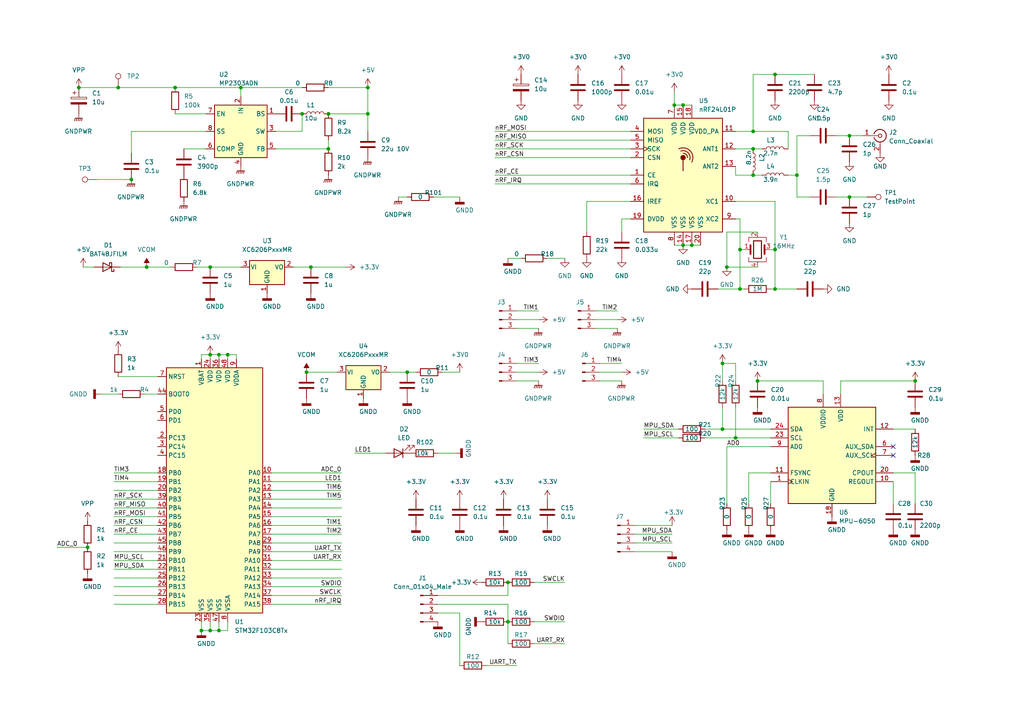
<source format=kicad_sch>
(kicad_sch (version 20211123) (generator eeschema)
  (paper "A4")
  (junction (at 198.12 71.12))
  (junction (at 87.63 33.02))
  (junction (at 246.38 39.37))
  (junction (at 66.04 102.87))
  (junction (at 25.4 158.75))
  (junction (at 218.44 43.18))
  (junction (at 63.5 182.88))
  (junction (at 147.32 180.34))
  (junction (at 224.79 72.39))
  (junction (at 58.42 182.88))
  (junction (at 224.79 21.59))
  (junction (at 60.96 77.47))
  (junction (at 200.66 71.12))
  (junction (at 218.44 38.1))
  (junction (at 42.545 77.47))
  (junction (at 60.96 182.88))
  (junction (at 22.86 25.4))
  (junction (at 63.5 102.87))
  (junction (at 50.8 25.4))
  (junction (at 209.55 124.46))
  (junction (at 88.9 107.95))
  (junction (at 218.44 50.8))
  (junction (at 231.14 50.8))
  (junction (at 69.85 25.4))
  (junction (at 95.25 43.18))
  (junction (at 195.58 30.48))
  (junction (at 90.17 77.47))
  (junction (at 34.29 25.4))
  (junction (at 209.55 105.41))
  (junction (at 265.43 110.49))
  (junction (at 60.96 102.87))
  (junction (at 106.68 25.4))
  (junction (at 210.82 77.47))
  (junction (at 214.63 83.82))
  (junction (at 95.25 33.02))
  (junction (at 219.71 110.49))
  (junction (at 214.63 72.39))
  (junction (at 246.38 57.15))
  (junction (at 147.32 168.91))
  (junction (at 224.79 83.82))
  (junction (at 106.68 33.02))
  (junction (at 198.12 30.48))
  (junction (at 118.11 107.95))
  (junction (at 38.1 52.07))
  (junction (at 213.36 127))
  (no_connect (at 259.08 129.54))
  (no_connect (at 259.08 132.08))
  (wire (pts (xy 63.5 102.87) (xy 66.04 102.87)))
  (wire (pts (xy 133.35 107.95) (xy 128.27 107.95)))
  (wire (pts (xy 214.63 72.39) (xy 214.63 63.5)))
  (wire (pts (xy 143.51 50.8) (xy 182.88 50.8)))
  (wire (pts (xy 33.02 157.48) (xy 45.72 157.48)))
  (wire (pts (xy 80.01 43.18) (xy 95.25 43.18)))
  (wire (pts (xy 33.02 165.1) (xy 45.72 165.1)))
  (wire (pts (xy 111.76 131.445) (xy 102.87 131.445)))
  (wire (pts (xy 132.08 131.445) (xy 127 131.445)))
  (wire (pts (xy 195.58 30.48) (xy 198.12 30.48)))
  (wire (pts (xy 133.35 177.8) (xy 127 177.8)))
  (wire (pts (xy 78.74 157.48) (xy 99.06 157.48)))
  (wire (pts (xy 147.32 180.34) (xy 147.32 186.69)))
  (wire (pts (xy 58.42 102.87) (xy 60.96 102.87)))
  (wire (pts (xy 78.74 162.56) (xy 99.06 162.56)))
  (wire (pts (xy 66.04 182.88) (xy 63.5 182.88)))
  (wire (pts (xy 218.44 50.8) (xy 213.36 50.8)))
  (wire (pts (xy 68.58 102.87) (xy 68.58 104.14)))
  (wire (pts (xy 204.4321 127) (xy 213.36 127)))
  (wire (pts (xy 209.55 124.46) (xy 223.52 124.46)))
  (wire (pts (xy 242.57 39.37) (xy 246.38 39.37)))
  (wire (pts (xy 33.02 142.24) (xy 45.72 142.24)))
  (wire (pts (xy 219.71 110.49) (xy 238.76 110.49)))
  (wire (pts (xy 147.32 175.26) (xy 127 175.26)))
  (wire (pts (xy 90.17 77.47) (xy 100.33 77.47)))
  (wire (pts (xy 184.15 157.48) (xy 194.945 157.48)))
  (wire (pts (xy 246.38 57.15) (xy 251.46 57.15)))
  (wire (pts (xy 158.75 74.93) (xy 163.83 74.93)))
  (wire (pts (xy 33.02 154.94) (xy 45.72 154.94)))
  (wire (pts (xy 87.63 38.1) (xy 80.01 38.1)))
  (wire (pts (xy 215.9 72.39) (xy 214.63 72.39)))
  (wire (pts (xy 33.02 167.64) (xy 45.72 167.64)))
  (wire (pts (xy 154.94 186.69) (xy 163.83 186.69)))
  (wire (pts (xy 33.02 160.02) (xy 45.72 160.02)))
  (wire (pts (xy 213.36 50.8) (xy 213.36 48.26)))
  (wire (pts (xy 259.08 124.46) (xy 265.43 124.46)))
  (wire (pts (xy 170.18 58.42) (xy 170.18 67.31)))
  (wire (pts (xy 41.91 114.3) (xy 45.72 114.3)))
  (wire (pts (xy 78.74 144.78) (xy 99.06 144.78)))
  (wire (pts (xy 173.99 105.41) (xy 180.34 105.41)))
  (wire (pts (xy 127 172.72) (xy 147.32 172.72)))
  (wire (pts (xy 213.36 105.41) (xy 209.55 105.41)))
  (wire (pts (xy 173.99 107.95) (xy 180.34 107.95)))
  (wire (pts (xy 234.95 57.15) (xy 231.14 57.15)))
  (wire (pts (xy 147.32 168.91) (xy 147.32 172.72)))
  (wire (pts (xy 213.36 118.11) (xy 213.36 127)))
  (wire (pts (xy 265.43 110.49) (xy 243.84 110.49)))
  (wire (pts (xy 218.44 50.8) (xy 220.98 50.8)))
  (wire (pts (xy 33.02 152.4) (xy 45.72 152.4)))
  (wire (pts (xy 143.51 38.1) (xy 182.88 38.1)))
  (wire (pts (xy 170.18 58.42) (xy 182.88 58.42)))
  (wire (pts (xy 214.63 63.5) (xy 213.36 63.5)))
  (wire (pts (xy 213.36 43.18) (xy 218.44 43.18)))
  (wire (pts (xy 180.34 63.5) (xy 182.88 63.5)))
  (wire (pts (xy 33.02 149.86) (xy 45.72 149.86)))
  (wire (pts (xy 209.55 105.41) (xy 209.55 110.49)))
  (wire (pts (xy 210.82 129.54) (xy 210.82 146.05)))
  (wire (pts (xy 213.36 110.49) (xy 213.36 105.41)))
  (wire (pts (xy 63.5 102.87) (xy 60.96 102.87)))
  (wire (pts (xy 95.25 40.64) (xy 95.25 43.18)))
  (wire (pts (xy 115.57 57.15) (xy 118.11 57.15)))
  (wire (pts (xy 217.17 137.16) (xy 223.52 137.16)))
  (wire (pts (xy 143.51 40.64) (xy 182.88 40.64)))
  (wire (pts (xy 149.86 95.25) (xy 156.21 95.25)))
  (wire (pts (xy 38.1 52.07) (xy 27.94 52.07)))
  (wire (pts (xy 231.14 50.8) (xy 231.14 39.37)))
  (wire (pts (xy 66.04 180.34) (xy 66.04 182.88)))
  (wire (pts (xy 78.74 154.94) (xy 99.06 154.94)))
  (wire (pts (xy 42.545 77.47) (xy 49.53 77.47)))
  (wire (pts (xy 172.72 90.17) (xy 179.07 90.17)))
  (wire (pts (xy 34.925 77.47) (xy 42.545 77.47)))
  (wire (pts (xy 78.74 175.26) (xy 99.06 175.26)))
  (wire (pts (xy 140.97 193.04) (xy 149.86 193.04)))
  (wire (pts (xy 224.79 58.42) (xy 213.36 58.42)))
  (wire (pts (xy 215.9 83.82) (xy 214.63 83.82)))
  (wire (pts (xy 259.08 139.7) (xy 259.08 146.05)))
  (wire (pts (xy 147.32 74.93) (xy 151.13 74.93)))
  (wire (pts (xy 66.04 102.87) (xy 66.04 104.14)))
  (wire (pts (xy 133.35 193.04) (xy 133.35 177.8)))
  (wire (pts (xy 184.15 152.4) (xy 194.945 152.4)))
  (wire (pts (xy 60.96 182.88) (xy 58.42 182.88)))
  (wire (pts (xy 180.34 63.5) (xy 180.34 67.31)))
  (wire (pts (xy 143.51 53.34) (xy 182.88 53.34)))
  (wire (pts (xy 33.02 175.26) (xy 45.72 175.26)))
  (wire (pts (xy 125.73 57.15) (xy 133.35 57.15)))
  (wire (pts (xy 33.02 172.72) (xy 45.72 172.72)))
  (wire (pts (xy 224.79 83.82) (xy 224.79 72.39)))
  (wire (pts (xy 228.6 50.8) (xy 231.14 50.8)))
  (wire (pts (xy 33.02 170.18) (xy 45.72 170.18)))
  (wire (pts (xy 204.47 124.46) (xy 209.55 124.46)))
  (wire (pts (xy 154.94 180.34) (xy 163.83 180.34)))
  (wire (pts (xy 210.82 129.54) (xy 223.52 129.54)))
  (wire (pts (xy 60.96 180.34) (xy 60.96 182.88)))
  (wire (pts (xy 236.22 21.59) (xy 224.79 21.59)))
  (wire (pts (xy 78.74 139.7) (xy 99.06 139.7)))
  (wire (pts (xy 33.02 144.78) (xy 45.72 144.78)))
  (wire (pts (xy 78.74 167.64) (xy 99.06 167.64)))
  (wire (pts (xy 213.36 127) (xy 223.52 127)))
  (wire (pts (xy 78.74 137.16) (xy 99.06 137.16)))
  (wire (pts (xy 78.74 170.18) (xy 99.06 170.18)))
  (wire (pts (xy 33.02 139.7) (xy 45.72 139.7)))
  (wire (pts (xy 33.02 147.32) (xy 45.72 147.32)))
  (wire (pts (xy 22.86 25.4) (xy 34.29 25.4)))
  (wire (pts (xy 214.63 83.82) (xy 214.63 72.39)))
  (wire (pts (xy 120.65 107.95) (xy 118.11 107.95)))
  (wire (pts (xy 78.74 149.86) (xy 99.06 149.86)))
  (wire (pts (xy 69.85 27.94) (xy 69.85 25.4)))
  (wire (pts (xy 172.72 92.71) (xy 179.07 92.71)))
  (wire (pts (xy 58.42 180.34) (xy 58.42 182.88)))
  (wire (pts (xy 238.76 114.3) (xy 238.76 110.49)))
  (wire (pts (xy 149.86 110.49) (xy 156.21 110.49)))
  (wire (pts (xy 113.03 107.95) (xy 118.11 107.95)))
  (wire (pts (xy 195.58 26.67) (xy 195.58 30.48)))
  (wire (pts (xy 231.14 57.15) (xy 231.14 50.8)))
  (wire (pts (xy 59.69 38.1) (xy 38.1 38.1)))
  (wire (pts (xy 195.58 71.12) (xy 198.12 71.12)))
  (wire (pts (xy 78.74 160.02) (xy 99.06 160.02)))
  (wire (pts (xy 186.69 127) (xy 196.8121 127)))
  (wire (pts (xy 16.51 158.75) (xy 25.4 158.75)))
  (wire (pts (xy 78.74 142.24) (xy 99.06 142.24)))
  (wire (pts (xy 66.04 102.87) (xy 68.58 102.87)))
  (wire (pts (xy 53.34 43.18) (xy 59.69 43.18)))
  (wire (pts (xy 223.52 139.7) (xy 223.52 146.05)))
  (wire (pts (xy 184.15 160.02) (xy 194.945 160.02)))
  (wire (pts (xy 213.36 38.1) (xy 218.44 38.1)))
  (wire (pts (xy 57.15 77.47) (xy 60.96 77.47)))
  (wire (pts (xy 50.8 33.02) (xy 59.69 33.02)))
  (wire (pts (xy 95.25 25.4) (xy 106.68 25.4)))
  (wire (pts (xy 149.86 107.95) (xy 156.21 107.95)))
  (wire (pts (xy 106.68 33.02) (xy 106.68 38.1)))
  (wire (pts (xy 78.74 152.4) (xy 99.06 152.4)))
  (wire (pts (xy 95.25 33.02) (xy 106.68 33.02)))
  (wire (pts (xy 208.28 83.82) (xy 214.63 83.82)))
  (wire (pts (xy 210.82 77.47) (xy 210.82 67.31)))
  (wire (pts (xy 78.74 165.1) (xy 99.06 165.1)))
  (wire (pts (xy 50.8 25.4) (xy 69.85 25.4)))
  (wire (pts (xy 63.5 182.88) (xy 60.96 182.88)))
  (wire (pts (xy 198.12 30.48) (xy 200.66 30.48)))
  (wire (pts (xy 231.14 39.37) (xy 234.95 39.37)))
  (wire (pts (xy 224.79 72.39) (xy 224.79 58.42)))
  (wire (pts (xy 223.52 72.39) (xy 224.79 72.39)))
  (wire (pts (xy 33.02 137.16) (xy 45.72 137.16)))
  (wire (pts (xy 210.82 67.31) (xy 219.71 67.31)))
  (wire (pts (xy 200.66 71.12) (xy 203.2 71.12)))
  (wire (pts (xy 85.09 77.47) (xy 90.17 77.47)))
  (wire (pts (xy 24.13 77.47) (xy 27.305 77.47)))
  (wire (pts (xy 223.52 83.82) (xy 224.79 83.82)))
  (wire (pts (xy 34.29 109.22) (xy 45.72 109.22)))
  (wire (pts (xy 87.63 33.02) (xy 87.63 38.1)))
  (wire (pts (xy 243.84 110.49) (xy 243.84 114.3)))
  (wire (pts (xy 218.44 43.18) (xy 220.98 43.18)))
  (wire (pts (xy 149.86 90.17) (xy 156.21 90.17)))
  (wire (pts (xy 198.12 71.12) (xy 200.66 71.12)))
  (wire (pts (xy 149.86 92.71) (xy 156.21 92.71)))
  (wire (pts (xy 218.44 21.59) (xy 218.44 38.1)))
  (wire (pts (xy 259.08 137.16) (xy 265.43 137.16)))
  (wire (pts (xy 60.96 77.47) (xy 69.85 77.47)))
  (wire (pts (xy 242.57 57.15) (xy 246.38 57.15)))
  (wire (pts (xy 29.21 114.3) (xy 34.29 114.3)))
  (wire (pts (xy 217.17 146.05) (xy 217.17 137.16)))
  (wire (pts (xy 78.74 172.72) (xy 99.06 172.72)))
  (wire (pts (xy 63.5 180.34) (xy 63.5 182.88)))
  (wire (pts (xy 58.42 104.14) (xy 58.42 102.87)))
  (wire (pts (xy 172.72 95.25) (xy 179.07 95.25)))
  (wire (pts (xy 209.55 118.11) (xy 209.55 124.46)))
  (wire (pts (xy 149.86 105.41) (xy 156.21 105.41)))
  (wire (pts (xy 69.85 25.4) (xy 87.63 25.4)))
  (wire (pts (xy 34.29 25.4) (xy 50.8 25.4)))
  (wire (pts (xy 143.51 43.18) (xy 182.88 43.18)))
  (wire (pts (xy 224.79 21.59) (xy 218.44 21.59)))
  (wire (pts (xy 186.69 124.46) (xy 196.85 124.46)))
  (wire (pts (xy 246.38 39.37) (xy 250.19 39.37)))
  (wire (pts (xy 173.99 110.49) (xy 180.34 110.49)))
  (wire (pts (xy 60.96 102.87) (xy 60.96 104.14)))
  (wire (pts (xy 265.43 137.16) (xy 265.43 146.05)))
  (wire (pts (xy 143.51 45.72) (xy 182.88 45.72)))
  (wire (pts (xy 224.79 83.82) (xy 231.14 83.82)))
  (wire (pts (xy 63.5 104.14) (xy 63.5 102.87)))
  (wire (pts (xy 78.74 147.32) (xy 99.06 147.32)))
  (wire (pts (xy 219.71 77.47) (xy 210.82 77.47)))
  (wire (pts (xy 218.44 38.1) (xy 228.6 38.1)))
  (wire (pts (xy 228.6 43.18) (xy 228.6 38.1)))
  (wire (pts (xy 184.15 154.94) (xy 194.945 154.94)))
  (wire (pts (xy 33.02 162.56) (xy 45.72 162.56)))
  (wire (pts (xy 147.32 175.26) (xy 147.32 180.34)))
  (wire (pts (xy 88.9 107.95) (xy 97.79 107.95)))
  (wire (pts (xy 38.1 38.1) (xy 38.1 44.45)))
  (wire (pts (xy 106.68 25.4) (xy 106.68 33.02)))
  (wire (pts (xy 154.94 168.91) (xy 163.83 168.91)))
  (label "nRF_SCK" (at 33.02 144.78 0))
  (label "ADC_0" (at 99.06 137.16 180))
  (label "TIM2" (at 99.06 154.94 180))
  (label "UART_RX" (at 163.83 186.69 180))
  (label "nRF_IRQ" (at 99.06 175.26 180))
  (label "SWDIO" (at 163.83 180.34 180))
  (label "MPU_SCL" (at 33.02 162.56 0))
  (label "TIM4" (at 180.34 105.41 180))
  (label "TIM4" (at 33.02 139.7 0))
  (label "TIM5" (at 99.06 144.78 180))
  (label "nRF_MISO" (at 33.02 147.32 0))
  (label "SWCLK" (at 163.83 168.91 180))
  (label "nRF_MISO" (at 143.51 40.64 0))
  (label "nRF_CE" (at 143.51 50.8 0))
  (label "AD0" (at 210.82 129.54 0))
  (label "MPU_SDA" (at 194.945 154.94 180))
  (label "nRF_MOSI" (at 143.51 38.1 0))
  (label "UART_RX" (at 99.06 162.56 180))
  (label "TIM2" (at 179.07 90.17 180))
  (label "TIM1" (at 99.06 152.4 180))
  (label "nRF_MOSI" (at 33.02 149.86 0))
  (label "LED1" (at 102.87 131.445 0))
  (label "TIM3" (at 156.21 105.41 180))
  (label "MPU_SDA" (at 186.69 124.46 0))
  (label "MPU_SDA" (at 33.02 165.1 0))
  (label "MPU_SCL" (at 186.69 127 0))
  (label "nRF_IRQ" (at 143.51 53.34 0))
  (label "nRF_CE" (at 33.02 154.94 0))
  (label "TIM1" (at 156.21 90.17 180))
  (label "SWCLK" (at 99.06 172.72 180))
  (label "nRF_CSN" (at 143.51 45.72 0))
  (label "MPU_SCL" (at 194.945 157.48 180))
  (label "ADC_0" (at 16.51 158.75 0))
  (label "UART_TX" (at 99.06 160.02 180))
  (label "TIM6" (at 99.06 142.24 180))
  (label "UART_TX" (at 149.86 193.04 180))
  (label "TIM3" (at 33.02 137.16 0))
  (label "nRF_SCK" (at 143.51 43.18 0))
  (label "LED1" (at 99.06 139.7 180))
  (label "SWDIO" (at 99.06 170.18 180))
  (label "nRF_CSN" (at 33.02 152.4 0))
  (symbol (lib_id "Device:R") (at 53.34 77.47 90) (unit 1)
    (property "Reference" "R7" (at 57.15 76.2 90))
    (property "Value" "0" (at 48.26 76.2 90))
    (property "Footprint" "Resistor_SMD:R_0805_2012Metric" (effects hide))
  )
  (symbol (lib_id "Device:R") (at 50.8 29.21 0) (unit 1)
    (property "Reference" "R5" (at 53.34 27.9399 0) (effects (justify left)))
    (property "Value" "100k" (at 53.34 30.4799 0) (effects (justify left)))
    (property "Footprint" "Resistor_SMD:R_0402_1005Metric" (effects hide))
  )
  (symbol (lib_id "power:+3.3V") (at 194.945 152.4 0) (unit 1)
    (property "Reference" "#PWR0109" (effects hide))
    (property "Value" "+3.3V" (at 192.405 148.59 0) (effects (justify left)))
  )
  (symbol (lib_id "power:GND") (at 246.38 64.77 0) (unit 1)
    (property "Reference" "#PWR061" (effects hide))
    (property "Value" "GND" (at 246.38 69.85 0))
  )
  (symbol (lib_id "power:GNDPWR") (at 22.86 33.02 0) (unit 1)
    (property "Reference" "#PWR0108" (effects hide))
    (property "Value" "GNDPWR" (at 22.733 38.1 0))
  )
  (symbol (lib_id "power:+5V") (at 179.07 92.71 270) (unit 1)
    (property "Reference" "#PWR072" (effects hide))
    (property "Value" "+5V" (at 182.88 92.7099 90) (effects (justify left)))
  )
  (symbol (lib_id "Device:R") (at 121.92 57.15 90) (unit 1)
    (property "Reference" "R101" (at 125.73 55.88 90))
    (property "Value" "0" (at 121.92 57.15 90))
    (property "Footprint" "Resistor_SMD:R_0805_2012Metric" (effects hide))
  )
  (symbol (lib_id "Device:R") (at 265.43 128.27 180) (unit 1)
    (property "Reference" "R28" (at 267.97 132.08 0))
    (property "Value" "12k" (at 265.43 128.27 90))
    (property "Footprint" "Resistor_SMD:R_0402_1005Metric" (effects hide))
  )
  (symbol (lib_id "Device:C") (at 38.1 48.26 0) (unit 1)
    (property "Reference" "C3" (at 41.91 46.9899 0) (effects (justify left)))
    (property "Value" "0.1u" (at 41.91 49.5299 0) (effects (justify left)))
    (property "Footprint" "Capacitor_SMD:C_0402_1005Metric" (effects hide))
  )
  (symbol (lib_id "power:+5V") (at 106.68 25.4 0) (unit 1)
    (property "Reference" "#PWR021" (effects hide))
    (property "Value" "+5V" (at 106.68 20.32 0))
  )
  (symbol (lib_id "power:GNDPWR") (at 115.57 57.15 0) (unit 1)
    (property "Reference" "#PWR0101" (effects hide))
    (property "Value" "GNDPWR" (at 115.443 62.23 0))
  )
  (symbol (lib_id "Connector:Conn_01x03_Male") (at 167.64 92.71 0) (unit 1)
    (property "Reference" "J5" (at 168.275 87.63 0))
    (property "Value" "Conn_01x03_Male" (effects hide))
    (property "Footprint" "Connector_Molex:Molex_PicoBlade_53047-0310_1x03_P1.25mm_Vertical" (effects hide))
  )
  (symbol (lib_id "power:GNDD") (at 118.11 115.57 0) (unit 1)
    (property "Reference" "#PWR023" (effects hide))
    (property "Value" "GNDD" (at 116.84 119.38 0) (effects (justify left)))
  )
  (symbol (lib_id "Device:C") (at 133.35 148.59 0) (unit 1)
    (property "Reference" "C12" (at 137.16 147.3199 0) (effects (justify left)))
    (property "Value" "0.1u" (at 137.16 149.8599 0) (effects (justify left)))
    (property "Footprint" "Capacitor_SMD:C_0402_1005Metric" (effects hide))
  )
  (symbol (lib_id "power:+3V0") (at 257.81 21.59 0) (unit 1)
    (property "Reference" "#PWR02" (effects hide))
    (property "Value" "+3V0" (at 257.81 16.51 0))
  )
  (symbol (lib_id "Device:C_Polarized") (at 22.86 29.21 0) (unit 1)
    (property "Reference" "C1" (at 26.67 27.0509 0) (effects (justify left)))
    (property "Value" "10u" (at 26.67 29.5909 0) (effects (justify left)))
    (property "Footprint" "Capacitor_Tantalum_SMD:CP_EIA-3528-21_Kemet-B" (effects hide))
  )
  (symbol (lib_id "Device:R") (at 143.51 168.91 90) (unit 1)
    (property "Reference" "R13" (at 143.51 166.37 90))
    (property "Value" "10k" (at 143.51 168.91 90))
    (property "Footprint" "Resistor_SMD:R_0603_1608Metric" (effects hide))
  )
  (symbol (lib_id "power:GNDD") (at 133.35 152.4 0) (unit 1)
    (property "Reference" "#PWR029" (effects hide))
    (property "Value" "GNDD" (at 132.08 156.21 0) (effects (justify left)))
  )
  (symbol (lib_id "Device:R") (at 217.17 149.86 180) (unit 1)
    (property "Reference" "R25" (at 215.9 146.05 90))
    (property "Value" "0" (at 217.17 149.86 90))
    (property "Footprint" "Resistor_SMD:R_0402_1005Metric" (effects hide))
  )
  (symbol (lib_id "Device:LED") (at 115.57 131.445 180) (unit 1)
    (property "Reference" "D2" (at 117.1575 124.46 0))
    (property "Value" "LED" (at 117.1575 127 0))
    (property "Footprint" "LED_SMD:LED_0805_2012Metric" (effects hide))
  )
  (symbol (lib_id "Device:R") (at 209.55 114.3 180) (unit 1)
    (property "Reference" "R22" (at 208.28 110.49 90))
    (property "Value" "12k" (at 209.55 114.3 90))
    (property "Footprint" "Resistor_SMD:R_0402_1005Metric" (effects hide))
  )
  (symbol (lib_id "power:GND") (at 151.13 29.21 0) (unit 1)
    (property "Reference" "#PWR036" (effects hide))
    (property "Value" "GND" (at 151.13 34.29 0))
  )
  (symbol (lib_id "power:+3.3V") (at 60.96 102.87 0) (unit 1)
    (property "Reference" "#PWR012" (effects hide))
    (property "Value" "+3.3V" (at 60.96 97.79 0))
  )
  (symbol (lib_id "Device:C") (at 246.38 60.96 0) (unit 1)
    (property "Reference" "C27" (at 250.19 59.6899 0) (effects (justify left)))
    (property "Value" "1p" (at 250.19 62.2299 0) (effects (justify left)))
    (property "Footprint" "Capacitor_SMD:C_0402_1005Metric" (effects hide))
  )
  (symbol (lib_id "power:GND") (at 180.34 74.93 0) (unit 1)
    (property "Reference" "#PWR045" (effects hide))
    (property "Value" "GND" (at 180.34 80.01 0))
  )
  (symbol (lib_id "Device:R") (at 53.34 54.61 0) (unit 1)
    (property "Reference" "R6" (at 55.88 53.3399 0) (effects (justify left)))
    (property "Value" "6.8k" (at 55.88 55.8799 0) (effects (justify left)))
    (property "Footprint" "Resistor_SMD:R_0402_1005Metric" (effects hide))
  )
  (symbol (lib_id "power:GNDD") (at 58.42 182.88 0) (unit 1)
    (property "Reference" "#PWR010" (effects hide))
    (property "Value" "GNDD" (at 57.15 186.69 0) (effects (justify left)))
  )
  (symbol (lib_id "Device:Crystal_GND24") (at 219.71 72.39 0) (unit 1)
    (property "Reference" "Y1" (at 227.33 68.8086 0))
    (property "Value" "16MHz" (at 227.33 71.3486 0))
    (property "Footprint" "Crystal:Crystal_SMD_SeikoEpson_FA238-4Pin_3.2x2.5mm" (effects hide))
  )
  (symbol (lib_id "power:GNDD") (at 146.05 152.4 0) (unit 1)
    (property "Reference" "#PWR033" (effects hide))
    (property "Value" "GNDD" (at 144.78 156.21 0) (effects (justify left)))
  )
  (symbol (lib_id "power:GNDPWR") (at 53.34 58.42 0) (unit 1)
    (property "Reference" "#PWR0104" (effects hide))
    (property "Value" "GNDPWR" (at 53.213 63.5 0))
  )
  (symbol (lib_id "Device:C_Polarized") (at 151.13 25.4 0) (unit 1)
    (property "Reference" "C14" (at 154.94 23.2409 0) (effects (justify left)))
    (property "Value" "10u" (at 154.94 25.7809 0) (effects (justify left)))
    (property "Footprint" "Capacitor_Tantalum_SMD:CP_EIA-3528-21_Kemet-B" (effects hide))
  )
  (symbol (lib_id "Device:L") (at 218.44 46.99 0) (unit 1)
    (property "Reference" "L2" (at 220.98 45.72 90))
    (property "Value" "8.2n" (at 217.17 45.72 90))
    (property "Footprint" "Inductor_SMD:L_0402_1005Metric" (effects hide))
  )
  (symbol (lib_id "Device:R") (at 154.94 74.93 90) (unit 1)
    (property "Reference" "R18" (at 158.75 73.66 90))
    (property "Value" "0" (at 149.86 73.66 90))
    (property "Footprint" "Resistor_SMD:R_0805_2012Metric" (effects hide))
  )
  (symbol (lib_id "power:VPP") (at 22.86 25.4 0) (unit 1)
    (property "Reference" "#PWR01" (effects hide))
    (property "Value" "VPP" (at 22.86 20.32 0))
  )
  (symbol (lib_id "power:GNDD") (at 194.945 160.02 0) (unit 1)
    (property "Reference" "#PWR0110" (effects hide))
    (property "Value" "GNDD" (at 193.675 163.83 0) (effects (justify left)))
  )
  (symbol (lib_id "Device:R") (at 25.4 154.94 0) (unit 1)
    (property "Reference" "R1" (at 27.94 153.6699 0) (effects (justify left)))
    (property "Value" "1k" (at 27.94 156.2099 0) (effects (justify left)))
    (property "Footprint" "Resistor_SMD:R_0402_1005Metric" (effects hide))
  )
  (symbol (lib_id "Device:C") (at 259.08 149.86 0) (unit 1)
    (property "Reference" "C28" (at 260.35 146.05 0) (effects (justify left)))
    (property "Value" "0.1u" (at 260.35 152.4 0) (effects (justify left)))
    (property "Footprint" "Capacitor_SMD:C_0402_1005Metric" (effects hide))
  )
  (symbol (lib_id "power:GND") (at 238.76 83.82 90) (unit 1)
    (property "Reference" "#PWR058" (effects hide))
    (property "Value" "GND" (at 242.57 83.8199 90) (effects (justify right)))
  )
  (symbol (lib_id "Device:R") (at 200.66 124.46 90) (unit 1)
    (property "Reference" "R21" (at 204.47 123.19 90))
    (property "Value" "100" (at 200.66 124.46 90))
    (property "Footprint" "Resistor_SMD:R_0402_1005Metric" (effects hide))
  )
  (symbol (lib_id "Device:R") (at 170.18 71.12 0) (unit 1)
    (property "Reference" "R19" (at 172.72 69.8499 0) (effects (justify left)))
    (property "Value" "22k" (at 172.72 72.3899 0) (effects (justify left)))
    (property "Footprint" "Resistor_SMD:R_0402_1005Metric" (effects hide))
  )
  (symbol (lib_id "Regulator_Linear:XC6206PxxxMR") (at 105.41 107.95 0) (unit 1)
    (property "Reference" "U4" (at 105.41 100.33 0))
    (property "Value" "XC6206PxxxMR" (at 105.41 102.87 0))
    (property "Footprint" "Package_TO_SOT_SMD:SOT-23" (effects hide))
    (property "Datasheet" "https://www.torexsemi.com/file/xc6206/XC6206.pdf" (effects hide))
  )
  (symbol (lib_id "RF:nRF24L01P") (at 198.12 50.8 0) (unit 1)
    (property "Reference" "U5" (at 202.6794 29.21 0) (effects (justify left)))
    (property "Value" "nRF24L01P" (at 202.6794 31.75 0) (effects (justify left)))
    (property "Footprint" "Package_DFN_QFN:QFN-20-1EP_4x4mm_P0.5mm_EP2.5x2.5mm" (effects hide))
    (property "Datasheet" "http://www.nordicsemi.com/eng/content/download/2726/34069/file/nRF24L01P_Product_Specification_1_0.pdf" (effects hide))
  )
  (symbol (lib_id "Device:R") (at 151.13 186.69 90) (unit 1)
    (property "Reference" "R17" (at 151.13 184.15 90))
    (property "Value" "100" (at 151.13 186.69 90))
    (property "Footprint" "Resistor_SMD:R_0402_1005Metric" (effects hide))
  )
  (symbol (lib_id "Regulator_Switching:MP2303ADN") (at 69.85 38.1 0) (unit 1)
    (property "Reference" "U2" (at 63.5 21.59 0) (effects (justify left)))
    (property "Value" "MP2303ADN" (at 63.5 24.13 0) (effects (justify left)))
    (property "Footprint" "Package_SO:SOIC-8-1EP_3.9x4.9mm_P1.27mm_EP2.62x3.51mm" (effects hide))
    (property "Datasheet" "https://www.monolithicpower.com/pub/media/document/MP2303A_r1.1.pdf" (effects hide))
  )
  (symbol (lib_id "power:GNDPWR") (at 38.1 52.07 0) (unit 1)
    (property "Reference" "#PWR0105" (effects hide))
    (property "Value" "GNDPWR" (at 37.973 57.15 0))
  )
  (symbol (lib_id "power:GNDD") (at 133.35 57.15 0) (unit 1)
    (property "Reference" "#PWR0106" (effects hide))
    (property "Value" "GNDD" (at 132.08 60.96 0) (effects (justify left)))
  )
  (symbol (lib_id "power:GND") (at 180.34 29.21 0) (unit 1)
    (property "Reference" "#PWR044" (effects hide))
    (property "Value" "GND" (at 180.34 34.29 0))
  )
  (symbol (lib_id "power:GND") (at 255.27 44.45 0) (unit 1)
    (property "Reference" "#PWR062" (effects hide))
    (property "Value" "GND" (at 255.27 48.26 0))
  )
  (symbol (lib_id "power:GNDD") (at 265.43 118.11 0) (unit 1)
    (property "Reference" "#PWR065" (effects hide))
    (property "Value" "GNDD" (at 264.16 121.92 0) (effects (justify left)))
  )
  (symbol (lib_id "Device:L") (at 224.79 50.8 90) (unit 1)
    (property "Reference" "L4" (at 223.52 48.26 90))
    (property "Value" "3.9n" (at 223.52 52.07 90))
    (property "Footprint" "Inductor_SMD:L_0402_1005Metric" (effects hide))
  )
  (symbol (lib_id "Device:R") (at 38.1 114.3 90) (unit 1)
    (property "Reference" "R4" (at 41.91 113.03 90))
    (property "Value" "1k" (at 33.02 113.03 90))
    (property "Footprint" "Resistor_SMD:R_0402_1005Metric" (effects hide))
  )
  (symbol (lib_id "power:+3.3V") (at 100.33 77.47 270) (unit 1)
    (property "Reference" "#PWR019" (effects hide))
    (property "Value" "+3.3V" (at 104.14 77.4699 90) (effects (justify left)))
  )
  (symbol (lib_id "power:+3V0") (at 167.64 21.59 0) (unit 1)
    (property "Reference" "#PWR040" (effects hide))
    (property "Value" "+3V0" (at 167.64 16.51 0))
  )
  (symbol (lib_id "Device:C") (at 120.65 148.59 0) (unit 1)
    (property "Reference" "C11" (at 124.46 147.3199 0) (effects (justify left)))
    (property "Value" "0.1u" (at 124.46 149.8599 0) (effects (justify left)))
    (property "Footprint" "Capacitor_SMD:C_0402_1005Metric" (effects hide))
  )
  (symbol (lib_id "power:+5V") (at 24.13 77.47 0) (unit 1)
    (property "Reference" "#PWR06" (effects hide))
    (property "Value" "+5V" (at 24.13 72.39 0))
  )
  (symbol (lib_id "Device:R") (at 151.13 168.91 90) (unit 1)
    (property "Reference" "R15" (at 151.13 166.37 90))
    (property "Value" "100" (at 151.13 168.91 90))
    (property "Footprint" "Resistor_SMD:R_0402_1005Metric" (effects hide))
  )
  (symbol (lib_id "Device:C") (at 265.43 149.86 0) (unit 1)
    (property "Reference" "C30" (at 266.7 146.05 0) (effects (justify left)))
    (property "Value" "2200p" (at 266.7 152.4 0) (effects (justify left)))
    (property "Footprint" "Capacitor_SMD:C_0402_1005Metric" (effects hide))
  )
  (symbol (lib_id "Connector:Conn_01x03_Male") (at 144.78 107.95 0) (unit 1)
    (property "Reference" "J4" (at 145.415 102.87 0))
    (property "Value" "Conn_01x03_Male" (effects hide))
    (property "Footprint" "Connector_Molex:Molex_PicoBlade_53047-0310_1x03_P1.25mm_Vertical" (effects hide))
  )
  (symbol (lib_id "power:+3V0") (at 151.13 21.59 0) (unit 1)
    (property "Reference" "#PWR035" (effects hide))
    (property "Value" "+3V0" (at 151.13 16.51 0))
  )
  (symbol (lib_id "power:GNDPWR") (at 69.85 48.26 0) (unit 1)
    (property "Reference" "#PWR0103" (effects hide))
    (property "Value" "GNDPWR" (at 69.723 53.34 0))
  )
  (symbol (lib_id "Device:C") (at 234.95 83.82 90) (unit 1)
    (property "Reference" "C22" (at 234.95 76.2 90))
    (property "Value" "22p" (at 234.95 78.74 90))
    (property "Footprint" "Capacitor_SMD:C_0402_1005Metric" (effects hide))
  )
  (symbol (lib_id "Device:R") (at 123.19 131.445 90) (unit 1)
    (property "Reference" "R102" (at 123.19 128.27 90))
    (property "Value" "10k" (at 122.555 131.445 90))
    (property "Footprint" "Resistor_SMD:R_0402_1005Metric" (effects hide))
  )
  (symbol (lib_id "power:+3.3V") (at 133.35 144.78 0) (unit 1)
    (property "Reference" "#PWR028" (effects hide))
    (property "Value" "+3.3V" (at 133.35 139.7 0))
  )
  (symbol (lib_id "power:GNDPWR") (at 156.21 95.25 0) (unit 1)
    (property "Reference" "#PWR069" (effects hide))
    (property "Value" "GNDPWR" (at 156.083 100.33 0))
  )
  (symbol (lib_id "Device:C") (at 246.38 43.18 0) (unit 1)
    (property "Reference" "C26" (at 250.19 41.9099 0) (effects (justify left)))
    (property "Value" "1p" (at 250.19 44.4499 0) (effects (justify left)))
    (property "Footprint" "Capacitor_SMD:C_0402_1005Metric" (effects hide))
  )
  (symbol (lib_id "Device:C") (at 90.17 81.28 0) (unit 1)
    (property "Reference" "C8" (at 93.98 80.0099 0) (effects (justify left)))
    (property "Value" "1u" (at 93.98 82.5499 0) (effects (justify left)))
    (property "Footprint" "Capacitor_SMD:C_0402_1005Metric" (effects hide))
  )
  (symbol (lib_id "power:GNDD") (at 265.43 153.67 0) (unit 1)
    (property "Reference" "#PWR067" (effects hide))
    (property "Value" "GNDD" (at 264.16 157.48 0) (effects (justify left)))
  )
  (symbol (lib_id "power:GND") (at 224.79 29.21 0) (unit 1)
    (property "Reference" "#PWR056" (effects hide))
    (property "Value" "GND" (at 224.79 34.29 0))
  )
  (symbol (lib_id "Device:C") (at 257.81 25.4 0) (unit 1)
    (property "Reference" "C2" (at 261.62 24.1299 0) (effects (justify left)))
    (property "Value" "0.1u" (at 261.62 26.6699 0) (effects (justify left)))
    (property "Footprint" "Capacitor_SMD:C_0402_1005Metric" (effects hide))
  )
  (symbol (lib_id "Device:R") (at 95.25 46.99 0) (unit 1)
    (property "Reference" "R10" (at 97.79 45.7199 0) (effects (justify left)))
    (property "Value" "2k" (at 97.79 48.2599 0) (effects (justify left)))
    (property "Footprint" "Resistor_SMD:R_0402_1005Metric" (effects hide))
  )
  (symbol (lib_id "Device:C") (at 180.34 71.12 0) (unit 1)
    (property "Reference" "C18" (at 184.15 69.8499 0) (effects (justify left)))
    (property "Value" "0.033u" (at 184.15 72.3899 0) (effects (justify left)))
    (property "Footprint" "Capacitor_SMD:C_0402_1005Metric" (effects hide))
  )
  (symbol (lib_id "power:GNDD") (at 88.9 115.57 0) (unit 1)
    (property "Reference" "#PWR016" (effects hide))
    (property "Value" "GNDD" (at 87.63 119.38 0) (effects (justify left)))
  )
  (symbol (lib_id "Device:R") (at 95.25 36.83 0) (unit 1)
    (property "Reference" "R9" (at 97.79 35.5599 0) (effects (justify left)))
    (property "Value" "8.2k" (at 97.79 38.0999 0) (effects (justify left)))
    (property "Footprint" "Resistor_SMD:R_0402_1005Metric" (effects hide))
  )
  (symbol (lib_id "power:+3.3V") (at 146.05 144.78 0) (unit 1)
    (property "Reference" "#PWR032" (effects hide))
    (property "Value" "+3.3V" (at 146.05 139.7 0))
  )
  (symbol (lib_id "power:GNDD") (at 77.47 85.09 0) (unit 1)
    (property "Reference" "#PWR014" (effects hide))
    (property "Value" "GNDD" (at 76.2 88.9 0) (effects (justify left)))
  )
  (symbol (lib_id "Connector:Conn_01x03_Male") (at 168.91 107.95 0) (unit 1)
    (property "Reference" "J6" (at 169.545 102.87 0))
    (property "Value" "Conn_01x03_Male" (effects hide))
    (property "Footprint" "Connector_Molex:Molex_PicoBlade_53047-0310_1x03_P1.25mm_Vertical" (effects hide))
  )
  (symbol (lib_id "Connector:Conn_Coaxial") (at 255.27 39.37 0) (unit 1)
    (property "Reference" "J2" (at 257.81 38.3931 0) (effects (justify left)))
    (property "Value" "Conn_Coaxial" (at 257.81 40.9331 0) (effects (justify left)))
    (property "Footprint" "Connector_Coaxial:U.FL_Hirose_U.FL-R-SMT-1_Vertical" (effects hide))
    (property "Datasheet" " ~" (effects hide))
  )
  (symbol (lib_id "Regulator_Linear:XC6206PxxxMR") (at 77.47 77.47 0) (unit 1)
    (property "Reference" "U3" (at 77.47 69.85 0))
    (property "Value" "XC6206PxxxMR" (at 77.47 72.39 0))
    (property "Footprint" "Package_TO_SOT_SMD:SOT-23" (effects hide))
    (property "Datasheet" "https://www.torexsemi.com/file/xc6206/XC6206.pdf" (effects hide))
  )
  (symbol (lib_id "Device:C") (at 53.34 46.99 0) (unit 1)
    (property "Reference" "C4" (at 57.15 45.7199 0) (effects (justify left)))
    (property "Value" "3900p" (at 57.15 48.2599 0) (effects (justify left)))
    (property "Footprint" "Capacitor_SMD:C_0402_1005Metric" (effects hide))
  )
  (symbol (lib_id "power:+3.3V") (at 120.65 144.78 0) (unit 1)
    (property "Reference" "#PWR024" (effects hide))
    (property "Value" "+3.3V" (at 120.65 139.7 0))
  )
  (symbol (lib_id "power:GNDD") (at 147.32 74.93 0) (unit 1)
    (property "Reference" "#PWR034" (effects hide))
    (property "Value" "GNDD" (at 146.05 78.74 0) (effects (justify left)))
  )
  (symbol (lib_id "Device:C") (at 180.34 25.4 0) (unit 1)
    (property "Reference" "C17" (at 184.15 24.1299 0) (effects (justify left)))
    (property "Value" "0.01u" (at 184.15 26.6699 0) (effects (justify left)))
    (property "Footprint" "Capacitor_SMD:C_0402_1005Metric" (effects hide))
  )
  (symbol (lib_id "power:GND") (at 198.12 71.12 0) (unit 1)
    (property "Reference" "#PWR047" (effects hide))
    (property "Value" "GND" (at 198.12 76.2 0))
  )
  (symbol (lib_id "Device:R") (at 143.51 180.34 90) (unit 1)
    (property "Reference" "R14" (at 142.24 177.8 90))
    (property "Value" "10k" (at 143.51 180.34 90))
    (property "Footprint" "Resistor_SMD:R_0402_1005Metric" (effects hide))
  )
  (symbol (lib_id "power:GND") (at 167.64 29.21 0) (unit 1)
    (property "Reference" "#PWR041" (effects hide))
    (property "Value" "GND" (at 167.64 34.29 0))
  )
  (symbol (lib_id "Device:C") (at 83.82 33.02 90) (unit 1)
    (property "Reference" "C6" (at 83.82 26.67 90))
    (property "Value" "0.01u" (at 83.82 29.21 90))
    (property "Footprint" "Capacitor_SMD:C_0402_1005Metric" (effects hide))
  )
  (symbol (lib_id "power:+3V0") (at 195.58 26.67 0) (unit 1)
    (property "Reference" "#PWR046" (effects hide))
    (property "Value" "+3V0" (at 195.58 21.59 0))
  )
  (symbol (lib_id "Device:C") (at 238.76 39.37 90) (unit 1)
    (property "Reference" "C24" (at 238.76 31.75 90))
    (property "Value" "1.5p" (at 238.76 34.29 90))
    (property "Footprint" "Capacitor_SMD:C_0402_1005Metric" (effects hide))
  )
  (symbol (lib_id "power:GNDPWR") (at 180.34 110.49 0) (unit 1)
    (property "Reference" "#PWR075" (effects hide))
    (property "Value" "GNDPWR" (at 180.213 115.57 0))
  )
  (symbol (lib_id "power:+3.3V") (at 158.75 144.78 0) (unit 1)
    (property "Reference" "#PWR037" (effects hide))
    (property "Value" "+3.3V" (at 158.75 139.7 0))
  )
  (symbol (lib_id "Device:R") (at 124.46 107.95 90) (unit 1)
    (property "Reference" "R11" (at 128.27 106.68 90))
    (property "Value" "0" (at 124.46 107.95 90))
    (property "Footprint" "Resistor_SMD:R_0805_2012Metric" (effects hide))
  )
  (symbol (lib_id "Device:C") (at 236.22 25.4 0) (unit 1)
    (property "Reference" "C23" (at 240.03 24.1299 0) (effects (justify left)))
    (property "Value" "4.7p" (at 240.03 26.6699 0) (effects (justify left)))
    (property "Footprint" "Capacitor_SMD:C_0402_1005Metric" (effects hide))
  )
  (symbol (lib_id "MCU_ST_STM32F1:STM32F103C8Tx") (at 63.5 142.24 0) (unit 1)
    (property "Reference" "U1" (at 68.0594 180.34 0) (effects (justify left)))
    (property "Value" "STM32F103C8Tx" (at 68.0594 182.88 0) (effects (justify left)))
    (property "Footprint" "Package_QFP:LQFP-48_7x7mm_P0.5mm" (effects hide))
    (property "Datasheet" "http://www.st.com/st-web-ui/static/active/en/resource/technical/document/datasheet/CD00161566.pdf" (effects hide))
  )
  (symbol (lib_id "power:+3.3V") (at 209.55 105.41 0) (unit 1)
    (property "Reference" "#PWR049" (effects hide))
    (property "Value" "+3.3V" (at 209.55 100.33 0))
  )
  (symbol (lib_id "Connector:TestPoint") (at 34.29 25.4 0) (unit 1)
    (property "Reference" "TP2" (at 36.83 22.0979 0) (effects (justify left)))
    (property "Value" "TestPoint" (effects hide))
    (property "Footprint" "0_mylib:TestPoint_Pad_D1.0mm" (effects hide))
  )
  (symbol (lib_id "power:VCOM") (at 88.9 107.95 0) (unit 1)
    (property "Reference" "#PWR0112" (effects hide))
    (property "Value" "VCOM" (at 88.9 102.87 0))
  )
  (symbol (lib_id "power:+3.3V") (at 34.29 101.6 0) (unit 1)
    (property "Reference" "#PWR07" (effects hide))
    (property "Value" "+3.3V" (at 34.29 96.52 0))
  )
  (symbol (lib_id "Device:R") (at 219.71 83.82 90) (unit 1)
    (property "Reference" "R26" (at 219.71 81.28 90))
    (property "Value" "1M" (at 219.71 83.82 90))
    (property "Footprint" "Resistor_SMD:R_0402_1005Metric" (effects hide))
  )
  (symbol (lib_id "Device:C") (at 118.11 111.76 0) (unit 1)
    (property "Reference" "C10" (at 121.92 110.4899 0) (effects (justify left)))
    (property "Value" "1u" (at 121.92 113.0299 0) (effects (justify left)))
    (property "Footprint" "Capacitor_SMD:C_0402_1005Metric" (effects hide))
  )
  (symbol (lib_id "power:+3V0") (at 180.34 21.59 0) (unit 1)
    (property "Reference" "#PWR043" (effects hide))
    (property "Value" "+3V0" (at 180.34 16.51 0))
  )
  (symbol (lib_id "power:GNDPWR") (at 179.07 95.25 0) (unit 1)
    (property "Reference" "#PWR073" (effects hide))
    (property "Value" "GNDPWR" (at 178.943 100.33 0))
  )
  (symbol (lib_id "Connector:TestPoint") (at 27.94 52.07 90) (unit 1)
    (property "Reference" "TP3" (at 24.638 48.895 90))
    (property "Value" "TestPoint" (effects hide))
    (property "Footprint" "0_mylib:TestPoint_Pad_D1.0mm" (effects hide))
  )
  (symbol (lib_id "Device:L") (at 91.44 33.02 90) (unit 1)
    (property "Reference" "L1" (at 90.17 30.48 90))
    (property "Value" "10u" (at 90.17 34.29 90))
    (property "Footprint" "Inductor_SMD:L_Bourns-SRN6028" (effects hide))
  )
  (symbol (lib_id "Device:C") (at 219.71 114.3 0) (unit 1)
    (property "Reference" "C20" (at 223.52 113.0299 0) (effects (justify left)))
    (property "Value" "0.01u" (at 223.52 115.5699 0) (effects (justify left)))
    (property "Footprint" "Capacitor_SMD:C_0402_1005Metric" (effects hide))
  )
  (symbol (lib_id "power:GNDD") (at 132.08 131.445 90) (unit 1)
    (property "Reference" "#PWR0113" (effects hide))
    (property "Value" "GNDD" (at 135.89 132.715 0) (effects (justify left)))
  )
  (symbol (lib_id "Sensor_Motion:MPU-6050") (at 241.3 132.08 0) (unit 1)
    (property "Reference" "U6" (at 243.3194 148.59 0) (effects (justify left)))
    (property "Value" "MPU-6050" (at 243.3194 151.13 0) (effects (justify left)))
    (property "Footprint" "Sensor_Motion:InvenSense_QFN-24_4x4mm_P0.5mm" (effects hide))
    (property "Datasheet" "https://store.invensense.com/datasheets/invensense/MPU-6050_DataSheet_V3%204.pdf" (effects hide))
  )
  (symbol (lib_id "Device:C") (at 146.05 148.59 0) (unit 1)
    (property "Reference" "C13" (at 149.86 147.3199 0) (effects (justify left)))
    (property "Value" "0.1u" (at 149.86 149.8599 0) (effects (justify left)))
    (property "Footprint" "Capacitor_SMD:C_0402_1005Metric" (effects hide))
  )
  (symbol (lib_id "Device:C") (at 238.76 57.15 90) (unit 1)
    (property "Reference" "C25" (at 238.76 49.53 90))
    (property "Value" "1.5p" (at 238.76 52.07 90))
    (property "Footprint" "Capacitor_SMD:C_0402_1005Metric" (effects hide))
  )
  (symbol (lib_id "Connector:TestPoint") (at 251.46 57.15 270) (unit 1)
    (property "Reference" "TP1" (at 256.54 55.8799 90) (effects (justify left)))
    (property "Value" "TestPoint" (at 256.54 58.4199 90) (effects (justify left)))
    (property "Footprint" "0_mylib:TestPoint_Pad_D1.0mm" (effects hide))
  )
  (symbol (lib_id "power:GNDD") (at 139.7 180.34 270) (unit 1)
    (property "Reference" "#PWR031" (effects hide))
    (property "Value" "GNDD" (at 135.89 179.07 0) (effects (justify left)))
  )
  (symbol (lib_id "power:GNDD") (at 219.71 118.11 0) (unit 1)
    (property "Reference" "#PWR054" (effects hide))
    (property "Value" "GNDD" (at 218.44 121.92 0) (effects (justify left)))
  )
  (symbol (lib_id "Device:C") (at 106.68 41.91 0) (unit 1)
    (property "Reference" "C9" (at 110.49 40.6399 0) (effects (justify left)))
    (property "Value" "22u 10V" (at 110.49 43.1799 0) (effects (justify left)))
    (property "Footprint" "Capacitor_SMD:C_0805_2012Metric" (effects hide))
  )
  (symbol (lib_id "power:GNDD") (at 158.75 152.4 0) (unit 1)
    (property "Reference" "#PWR038" (effects hide))
    (property "Value" "GNDD" (at 157.48 156.21 0) (effects (justify left)))
  )
  (symbol (lib_id "Device:C") (at 204.47 83.82 90) (unit 1)
    (property "Reference" "C19" (at 204.47 76.2 90))
    (property "Value" "22p" (at 204.47 78.74 90))
    (property "Footprint" "Capacitor_SMD:C_0402_1005Metric" (effects hide))
  )
  (symbol (lib_id "power:+5V") (at 156.21 107.95 270) (unit 1)
    (property "Reference" "#PWR070" (effects hide))
    (property "Value" "+5V" (at 160.02 107.9499 90) (effects (justify left)))
  )
  (symbol (lib_id "power:+5V") (at 180.34 107.95 270) (unit 1)
    (property "Reference" "#PWR074" (effects hide))
    (property "Value" "+5V" (at 184.15 107.9499 90) (effects (justify left)))
  )
  (symbol (lib_id "Device:C") (at 224.79 25.4 0) (unit 1)
    (property "Reference" "C21" (at 228.6 24.1299 0) (effects (justify left)))
    (property "Value" "2200p" (at 228.6 26.6699 0) (effects (justify left)))
    (property "Footprint" "Capacitor_SMD:C_0402_1005Metric" (effects hide))
  )
  (symbol (lib_id "power:GND") (at 200.66 83.82 270) (unit 1)
    (property "Reference" "#PWR048" (effects hide))
    (property "Value" "GND" (at 193.04 83.82 90) (effects (justify left)))
  )
  (symbol (lib_id "Device:R") (at 34.29 105.41 0) (unit 1)
    (property "Reference" "R3" (at 36.83 104.1399 0) (effects (justify left)))
    (property "Value" "1k" (at 36.83 106.6799 0) (effects (justify left)))
    (property "Footprint" "Resistor_SMD:R_0402_1005Metric" (effects hide))
  )
  (symbol (lib_id "power:GNDD") (at 105.41 115.57 0) (unit 1)
    (property "Reference" "#PWR020" (effects hide))
    (property "Value" "GNDD" (at 104.14 119.38 0) (effects (justify left)))
  )
  (symbol (lib_id "Device:R") (at 25.4 162.56 0) (unit 1)
    (property "Reference" "R2" (at 27.94 161.2899 0) (effects (justify left)))
    (property "Value" "1k" (at 27.94 163.8299 0) (effects (justify left)))
    (property "Footprint" "Resistor_SMD:R_0402_1005Metric" (effects hide))
  )
  (symbol (lib_id "power:+3.3V") (at 219.71 110.49 0) (unit 1)
    (property "Reference" "#PWR053" (effects hide))
    (property "Value" "+3.3V" (at 219.71 105.41 0))
  )
  (symbol (lib_id "Diode:BAT48JFILM") (at 31.115 77.47 180) (unit 1)
    (property "Reference" "D1" (at 31.4325 71.12 0))
    (property "Value" "BAT48JFILM" (at 31.4325 73.66 0))
    (property "Footprint" "Diode_SMD:D_SOD-323" (effects hide))
    (property "Datasheet" "www.st.com/resource/en/datasheet/bat48.pdf" (effects hide))
  )
  (symbol (lib_id "power:GNDD") (at 210.82 153.67 0) (unit 1)
    (property "Reference" "#PWR051" (effects hide))
    (property "Value" "GNDD" (at 209.55 157.48 0) (effects (justify left)))
  )
  (symbol (lib_id "power:GND") (at 210.82 77.47 0) (unit 1)
    (property "Reference" "#PWR050" (effects hide))
    (property "Value" "GND" (at 210.82 82.55 0))
  )
  (symbol (lib_id "power:GNDD") (at 127 180.34 0) (unit 1)
    (property "Reference" "#PWR026" (effects hide))
    (property "Value" "GNDD" (at 125.73 184.15 0) (effects (justify left)))
  )
  (symbol (lib_id "Device:L") (at 224.79 43.18 90) (unit 1)
    (property "Reference" "L3" (at 223.52 40.64 90))
    (property "Value" "2.7n" (at 223.52 44.45 90))
    (property "Footprint" "Inductor_SMD:L_0402_1005Metric" (effects hide))
  )
  (symbol (lib_id "power:+5V") (at 156.21 92.71 270) (unit 1)
    (property "Reference" "#PWR068" (effects hide))
    (property "Value" "+5V" (at 160.02 92.7099 90) (effects (justify left)))
  )
  (symbol (lib_id "power:+3.3V") (at 139.7 168.91 90) (unit 1)
    (property "Reference" "#PWR030" (effects hide))
    (property "Value" "+3.3V" (at 130.81 168.91 90) (effects (justify right)))
  )
  (symbol (lib_id "power:GNDD") (at 259.08 153.67 0) (unit 1)
    (property "Reference" "#PWR063" (effects hide))
    (property "Value" "GNDD" (at 257.81 157.48 0) (effects (justify left)))
  )
  (symbol (lib_id "power:+3.3V") (at 265.43 110.49 0) (unit 1)
    (property "Reference" "#PWR064" (effects hide))
    (property "Value" "+3.3V" (at 265.43 105.41 0))
  )
  (symbol (lib_id "power:VPP") (at 25.4 151.13 0) (unit 1)
    (property "Reference" "#PWR03" (effects hide))
    (property "Value" "VPP" (at 25.4 146.05 0))
  )
  (symbol (lib_id "Device:C") (at 167.64 25.4 0) (unit 1)
    (property "Reference" "C16" (at 171.45 24.1299 0) (effects (justify left)))
    (property "Value" "1000p" (at 171.45 26.6699 0) (effects (justify left)))
    (property "Footprint" "Capacitor_SMD:C_0402_1005Metric" (effects hide))
  )
  (symbol (lib_id "power:GND") (at 163.83 74.93 0) (unit 1)
    (property "Reference" "#PWR039" (effects hide))
    (property "Value" "GND" (at 163.83 80.01 0))
  )
  (symbol (lib_id "power:VCOM") (at 42.545 77.47 0) (unit 1)
    (property "Reference" "#PWR0111" (effects hide))
    (property "Value" "VCOM" (at 42.545 72.39 0))
  )
  (symbol (lib_id "power:GNDD") (at 265.43 132.08 0) (unit 1)
    (property "Reference" "#PWR066" (effects hide))
    (property "Value" "GNDD" (at 264.16 135.89 0) (effects (justify left)))
  )
  (symbol (lib_id "Connector:Conn_01x04_Male") (at 121.92 175.26 0) (unit 1)
    (property "Reference" "J1" (at 122.555 167.64 0))
    (property "Value" "Conn_01x04_Male" (at 122.555 170.18 0))
    (property "Footprint" "Connector_Molex:Molex_PicoBlade_53047-0410_1x04_P1.25mm_Vertical" (effects hide))
  )
  (symbol (lib_id "power:GNDPWR") (at 106.68 45.72 0) (unit 1)
    (property "Reference" "#PWR0107" (effects hide))
    (property "Value" "GNDPWR" (at 106.553 50.8 0))
  )
  (symbol (lib_id "Device:R") (at 213.36 114.3 180) (unit 1)
    (property "Reference" "R24" (at 212.09 110.49 90))
    (property "Value" "12k" (at 213.36 114.3 90))
    (property "Footprint" "Resistor_SMD:R_0402_1005Metric" (effects hide))
  )
  (symbol (lib_id "power:GNDD") (at 241.3 149.86 0) (unit 1)
    (property "Reference" "#PWR059" (effects hide))
    (property "Value" "GNDD" (at 240.03 153.67 0) (effects (justify left)))
  )
  (symbol (lib_id "Device:R") (at 200.6221 127 90) (unit 1)
    (property "Reference" "R20" (at 204.4321 125.73 90))
    (property "Value" "100" (at 200.6221 127 90))
    (property "Footprint" "Resistor_SMD:R_0402_1005Metric" (effects hide))
  )
  (symbol (lib_id "power:GNDPWR") (at 95.25 50.8 0) (unit 1)
    (property "Reference" "#PWR0102" (effects hide))
    (property "Value" "GNDPWR" (at 95.123 55.88 0))
  )
  (symbol (lib_id "power:GNDPWR") (at 156.21 110.49 0) (unit 1)
    (property "Reference" "#PWR071" (effects hide))
    (property "Value" "GNDPWR" (at 156.083 115.57 0))
  )
  (symbol (lib_id "Device:C") (at 158.75 148.59 0) (unit 1)
    (property "Reference" "C15" (at 162.56 147.3199 0) (effects (justify left)))
    (property "Value" "0.1u" (at 162.56 149.8599 0) (effects (justify left)))
    (property "Footprint" "Capacitor_SMD:C_0402_1005Metric" (effects hide))
  )
  (symbol (lib_id "power:GNDD") (at 25.4 166.37 0) (unit 1)
    (property "Reference" "#PWR04" (effects hide))
    (property "Value" "GNDD" (at 24.13 170.18 0) (effects (justify left)))
  )
  (symbol (lib_id "Device:R") (at 223.52 149.86 180) (unit 1)
    (property "Reference" "R27" (at 222.25 146.05 90))
    (property "Value" "0" (at 223.52 149.86 90))
    (property "Footprint" "Resistor_SMD:R_0402_1005Metric" (effects hide))
  )
  (symbol (lib_id "Device:C") (at 265.43 114.3 0) (unit 1)
    (property "Reference" "C29" (at 269.24 113.0299 0) (effects (justify left)))
    (property "Value" "0.1u" (at 269.24 115.5699 0) (effects (justify left)))
    (property "Footprint" "Capacitor_SMD:C_0402_1005Metric" (effects hide))
  )
  (symbol (lib_id "power:GND") (at 257.81 29.21 0) (unit 1)
    (property "Reference" "#PWR08" (effects hide))
    (property "Value" "GND" (at 257.81 34.29 0))
  )
  (symbol (lib_id "Device:C") (at 60.96 81.28 0) (unit 1)
    (property "Reference" "C5" (at 64.77 80.0099 0) (effects (justify left)))
    (property "Value" "1u" (at 64.77 82.5499 0) (effects (justify left)))
    (property "Footprint" "Capacitor_SMD:C_0402_1005Metric" (effects hide))
  )
  (symbol (lib_id "Connector:Conn_01x04_Male") (at 179.07 154.94 0) (unit 1)
    (property "Reference" "J7" (at 179.705 149.86 0))
    (property "Value" "Conn_01x04_Male" (effects hide))
    (property "Footprint" "Connector_Molex:Molex_PicoBlade_53047-0410_1x04_P1.25mm_Vertical" (effects hide))
  )
  (symbol (lib_id "power:GND") (at 170.18 74.93 0) (unit 1)
    (property "Reference" "#PWR042" (effects hide))
    (property "Value" "GND" (at 170.18 80.01 0))
  )
  (symbol (lib_id "Device:R") (at 91.44 25.4 90) (unit 1)
    (property "Reference" "R8" (at 95.25 24.13 90))
    (property "Value" "0" (at 86.36 24.13 90))
    (property "Footprint" "Resistor_SMD:R_0805_2012Metric" (effects hide))
  )
  (symbol (lib_id "Device:R") (at 151.13 180.34 90) (unit 1)
    (property "Reference" "R16" (at 151.13 177.8 90))
    (property "Value" "100" (at 151.13 180.34 90))
    (property "Footprint" "Resistor_SMD:R_0402_1005Metric" (effects hide))
  )
  (symbol (lib_id "Connector:Conn_01x03_Male") (at 144.78 92.71 0) (unit 1)
    (property "Reference" "J3" (at 145.415 87.63 0))
    (property "Value" "Conn_01x03_Male" (effects hide))
    (property "Footprint" "Connector_Molex:Molex_PicoBlade_53047-0310_1x03_P1.25mm_Vertical" (effects hide))
  )
  (symbol (lib_id "power:+3V0") (at 133.35 107.95 0) (unit 1)
    (property "Reference" "#PWR027" (effects hide))
    (property "Value" "+3V0" (at 133.35 102.87 0))
  )
  (symbol (lib_id "power:GNDD") (at 217.17 153.67 0) (unit 1)
    (property "Reference" "#PWR052" (effects hide))
    (property "Value" "GNDD" (at 215.9 157.48 0) (effects (justify left)))
  )
  (symbol (lib_id "power:GNDD") (at 90.17 85.09 0) (unit 1)
    (property "Reference" "#PWR017" (effects hide))
    (property "Value" "GNDD" (at 88.9 88.9 0) (effects (justify left)))
  )
  (symbol (lib_id "power:GNDD") (at 29.21 114.3 270) (unit 1)
    (property "Reference" "#PWR05" (effects hide))
    (property "Value" "GNDD" (at 25.4 114.2999 90) (effects (justify right)))
  )
  (symbol (lib_id "Device:C") (at 88.9 111.76 0) (unit 1)
    (property "Reference" "C7" (at 92.71 110.4899 0) (effects (justify left)))
    (property "Value" "1u" (at 92.71 113.0299 0) (effects (justify left)))
    (property "Footprint" "Capacitor_SMD:C_0402_1005Metric" (effects hide))
  )
  (symbol (lib_id "Device:R") (at 210.82 149.86 180) (unit 1)
    (property "Reference" "R23" (at 209.55 146.05 90))
    (property "Value" "0" (at 210.82 149.86 90))
    (property "Footprint" "Resistor_SMD:R_0402_1005Metric" (effects hide))
  )
  (symbol (lib_id "power:GND") (at 246.38 46.99 0) (unit 1)
    (property "Reference" "#PWR060" (effects hide))
    (property "Value" "GND" (at 246.38 52.07 0))
  )
  (symbol (lib_id "power:GND") (at 236.22 29.21 0) (unit 1)
    (property "Reference" "#PWR057" (effects hide))
    (property "Value" "GND" (at 236.22 34.29 0))
  )
  (symbol (lib_id "Device:R") (at 137.16 193.04 90) (unit 1)
    (property "Reference" "R12" (at 137.16 190.5 90))
    (property "Value" "100" (at 137.16 193.04 90))
    (property "Footprint" "Resistor_SMD:R_0402_1005Metric" (effects hide))
  )
  (symbol (lib_id "power:GNDD") (at 120.65 152.4 0) (unit 1)
    (property "Reference" "#PWR025" (effects hide))
    (property "Value" "GNDD" (at 119.38 156.21 0) (effects (justify left)))
  )
  (symbol (lib_id "power:GNDD") (at 223.52 153.67 0) (unit 1)
    (property "Reference" "#PWR055" (effects hide))
    (property "Value" "GNDD" (at 222.25 157.48 0) (effects (justify left)))
  )
  (symbol (lib_id "power:GNDD") (at 60.96 85.09 0) (unit 1)
    (property "Reference" "#PWR011" (effects hide))
    (property "Value" "GNDD" (at 59.69 88.9 0) (effects (justify left)))
  )
)
</source>
